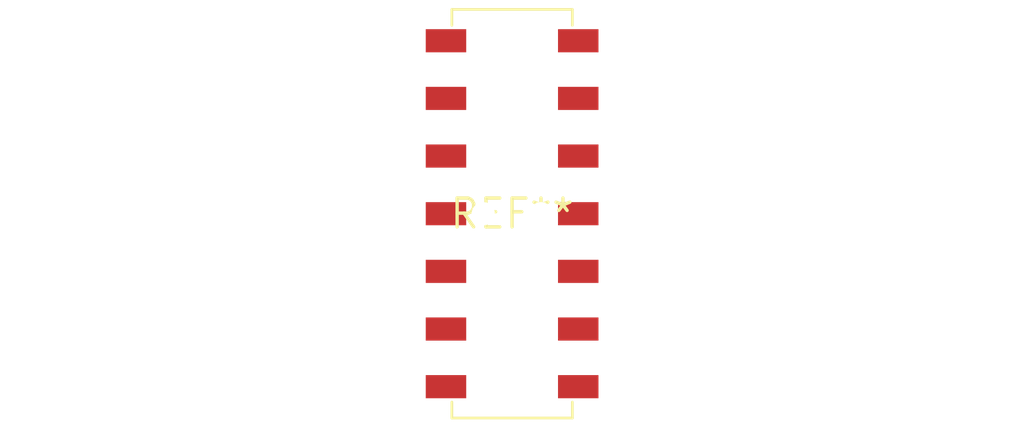
<source format=kicad_pcb>
(kicad_pcb (version 20240108) (generator pcbnew)
  (layers (0 "F.Cu" signal) (31 "B.Cu" signal) (34 "B.Paste" user) (35 "F.Paste" user) (36 "B.SilkS" user "B.Silkscreen") (37 "F.SilkS" user "F.Silkscreen") (38 "B.Mask" user) (39 "F.Mask" user) (44 "Edge.Cuts" user))
  (net 0 "")
  (footprint "Harwin_M20-7810745_2x07_P2.54mm_Vertical" (layer "F.Cu") (at 0 0)
    (property "Reference" "REF**")
    (property "Value" "Harwin_M20-7810745_2x07_P2.54mm_Vertical")
    (fp_line (start -2.65 -9) (end 2.65 -9) (layer "F.SilkS") (stroke (width 0.12)))
    (fp_line (start -2.65 -8.3) (end -2.65 -9) (layer "F.SilkS") (stroke (width 0.12)))
    (fp_line (start -2.65 8.3) (end -2.65 9) (layer "F.SilkS") (stroke (width 0.12)))
    (fp_line (start -2.65 9) (end 2.65 9) (layer "F.SilkS") (stroke (width 0.12)))
    (fp_line (start 2.65 -9) (end 2.65 -8.3) (layer "F.SilkS") (stroke (width 0.12)))
    (fp_line (start 2.65 9) (end 2.65 8.3) (layer "F.SilkS") (stroke (width 0.12)))
    (pad "" np_thru_hole circle (at -1.27 -7.62) (size 1.02 1.02) (drill 1.02) (layers *.Cu *.Mask))
    (pad "" np_thru_hole circle (at -1.27 -5.08) (size 1.02 1.02) (drill 1.02) (layers *.Cu *.Mask))
    (pad "" np_thru_hole circle (at -1.27 -2.54) (size 1.02 1.02) (drill 1.02) (layers *.Cu *.Mask))
    (pad "" np_thru_hole circle (at -1.27 0) (size 1.02 1.02) (drill 1.02) (layers *.Cu *.Mask))
    (pad "" np_thru_hole circle (at -1.27 2.54) (size 1.02 1.02) (drill 1.02) (layers *.Cu *.Mask))
    (pad "" np_thru_hole circle (at -1.27 5.08) (size 1.02 1.02) (drill 1.02) (layers *.Cu *.Mask))
    (pad "" np_thru_hole circle (at -1.27 7.62) (size 1.02 1.02) (drill 1.02) (layers *.Cu *.Mask))
    (pad "" np_thru_hole circle (at 0 -6.35) (size 1.8 1.8) (drill 1.8) (layers *.Cu *.Mask))
    (pad "" np_thru_hole circle (at 0 6.35) (size 1.8 1.8) (drill 1.8) (layers *.Cu *.Mask))
    (pad "" np_thru_hole circle (at 1.27 -7.62) (size 1.02 1.02) (drill 1.02) (layers *.Cu *.Mask))
    (pad "" np_thru_hole circle (at 1.27 -5.08) (size 1.02 1.02) (drill 1.02) (layers *.Cu *.Mask))
    (pad "" np_thru_hole circle (at 1.27 -2.54) (size 1.02 1.02) (drill 1.02) (layers *.Cu *.Mask))
    (pad "" np_thru_hole circle (at 1.27 0) (size 1.02 1.02) (drill 1.02) (layers *.Cu *.Mask))
    (pad "" np_thru_hole circle (at 1.27 2.54) (size 1.02 1.02) (drill 1.02) (layers *.Cu *.Mask))
    (pad "" np_thru_hole circle (at 1.27 5.08) (size 1.02 1.02) (drill 1.02) (layers *.Cu *.Mask))
    (pad "" np_thru_hole circle (at 1.27 7.62) (size 1.02 1.02) (drill 1.02) (layers *.Cu *.Mask))
    (pad "1" smd rect (at -2.91 -7.62) (size 1.78 1.02) (layers "F.Cu" "F.Paste" "F.Mask"))
    (pad "2" smd rect (at -2.91 -5.08) (size 1.78 1.02) (layers "F.Cu" "F.Paste" "F.Mask"))
    (pad "3" smd rect (at -2.91 -2.54) (size 1.78 1.02) (layers "F.Cu" "F.Paste" "F.Mask"))
    (pad "4" smd rect (at -2.91 0) (size 1.78 1.02) (layers "F.Cu" "F.Paste" "F.Mask"))
    (pad "5" smd rect (at -2.91 2.54) (size 1.78 1.02) (layers "F.Cu" "F.Paste" "F.Mask"))
    (pad "6" smd rect (at -2.91 5.08) (size 1.78 1.02) (layers "F.Cu" "F.Paste" "F.Mask"))
    (pad "7" smd rect (at -2.91 7.62) (size 1.78 1.02) (layers "F.Cu" "F.Paste" "F.Mask"))
    (pad "8" smd rect (at 2.91 -7.62) (size 1.78 1.02) (layers "F.Cu" "F.Paste" "F.Mask"))
    (pad "9" smd rect (at 2.91 -5.08) (size 1.78 1.02) (layers "F.Cu" "F.Paste" "F.Mask"))
    (pad "10" smd rect (at 2.91 -2.54) (size 1.78 1.02) (layers "F.Cu" "F.Paste" "F.Mask"))
    (pad "11" smd rect (at 2.91 0) (size 1.78 1.02) (layers "F.Cu" "F.Paste" "F.Mask"))
    (pad "12" smd rect (at 2.91 2.54) (size 1.78 1.02) (layers "F.Cu" "F.Paste" "F.Mask"))
    (pad "13" smd rect (at 2.91 5.08) (size 1.78 1.02) (layers "F.Cu" "F.Paste" "F.Mask"))
    (pad "14" smd rect (at 2.91 7.62) (size 1.78 1.02) (layers "F.Cu" "F.Paste" "F.Mask"))
  )
)
</source>
